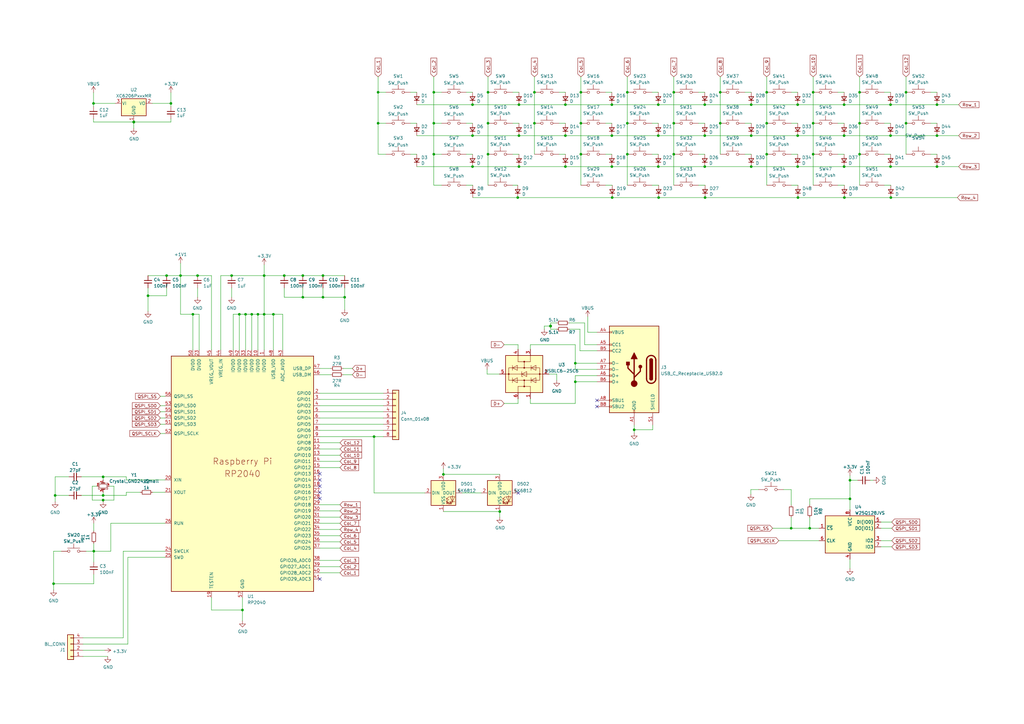
<source format=kicad_sch>
(kicad_sch (version 20211123) (generator eeschema)
  (paper "A3")
  (junction (at 365.252 68.326))
  (junction (at 70.104 42.418))
  (junction (at 371.602 37.846))
  (junction (at 324.485 216.662))
  (junction (at 295.402 37.846))
  (junction (at 251.079 81.026))
  (junction (at 250.952 42.926))
  (junction (at 155.067 37.846))
  (junction (at 270.002 42.926))
  (junction (at 200.152 63.246))
  (junction (at 105.791 128.905))
  (junction (at 153.416 179.07))
  (junction (at 238.252 63.246))
  (junction (at 212.344 81.026))
  (junction (at 116.586 113.03))
  (junction (at 384.302 55.626))
  (junction (at 21.971 239.395))
  (junction (at 276.352 50.546))
  (junction (at 38.354 42.418))
  (junction (at 346.202 68.326))
  (junction (at 327.152 42.926))
  (junction (at 250.952 55.626))
  (junction (at 193.802 42.926))
  (junction (at 112.141 128.905))
  (junction (at 327.279 81.026))
  (junction (at 270.129 81.026))
  (junction (at 332.105 216.662))
  (junction (at 98.171 128.905))
  (junction (at 289.052 42.926))
  (junction (at 289.179 81.026))
  (junction (at 365.252 55.626))
  (junction (at 54.864 50.038) (diameter 1.016))
  (junction (at 42.291 195.58))
  (junction (at 365.379 81.026))
  (junction (at 257.302 63.246))
  (junction (at 346.329 81.026))
  (junction (at 333.502 63.246))
  (junction (at 68.326 113.03))
  (junction (at 260.096 176.276))
  (junction (at 289.052 55.626))
  (junction (at 238.252 50.546))
  (junction (at 181.864 194.564))
  (junction (at 42.291 205.105))
  (junction (at 212.852 68.326))
  (junction (at 289.052 68.326))
  (junction (at 132.461 113.03))
  (junction (at 257.302 37.846))
  (junction (at 212.852 42.926))
  (junction (at 74.041 113.03))
  (junction (at 200.152 37.846))
  (junction (at 327.152 68.326))
  (junction (at 250.952 68.326))
  (junction (at 348.615 196.977))
  (junction (at 270.002 55.626))
  (junction (at 200.152 50.546))
  (junction (at 333.502 37.846))
  (junction (at 365.252 42.926))
  (junction (at 231.902 42.926))
  (junction (at 132.461 121.92))
  (junction (at 231.902 55.626))
  (junction (at 308.102 68.326))
  (junction (at 81.026 113.03))
  (junction (at 94.996 113.03))
  (junction (at 225.806 133.731) (diameter 1.016))
  (junction (at 79.121 128.905))
  (junction (at 352.552 50.546))
  (junction (at 99.441 250.19))
  (junction (at 371.602 50.546))
  (junction (at 204.978 209.804))
  (junction (at 257.302 50.546))
  (junction (at 193.802 55.626))
  (junction (at 177.927 37.846))
  (junction (at 348.615 204.597))
  (junction (at 314.452 37.846))
  (junction (at 42.291 203.2))
  (junction (at 270.002 68.326))
  (junction (at 352.552 63.246))
  (junction (at 60.706 121.285))
  (junction (at 212.852 55.626))
  (junction (at 231.902 68.326))
  (junction (at 124.206 121.92))
  (junction (at 141.351 121.92))
  (junction (at 235.966 156.591))
  (junction (at 124.206 113.03))
  (junction (at 155.067 50.546))
  (junction (at 327.152 55.626))
  (junction (at 333.502 50.546))
  (junction (at 219.202 50.546))
  (junction (at 238.252 37.846))
  (junction (at 235.966 148.971))
  (junction (at 314.452 50.546))
  (junction (at 384.302 42.926))
  (junction (at 346.202 42.926))
  (junction (at 314.452 63.246))
  (junction (at 177.927 63.246))
  (junction (at 276.352 37.846))
  (junction (at 384.302 68.326))
  (junction (at 219.202 37.846))
  (junction (at 38.481 226.06))
  (junction (at 108.331 128.905))
  (junction (at 103.251 128.905))
  (junction (at 308.102 42.926))
  (junction (at 276.352 63.246))
  (junction (at 177.927 50.546))
  (junction (at 22.606 203.2))
  (junction (at 346.202 55.626))
  (junction (at 108.331 113.03))
  (junction (at 193.802 68.326))
  (junction (at 100.711 128.905))
  (junction (at 352.552 37.846))
  (junction (at 295.402 50.546))
  (junction (at 308.102 55.626))
  (no_connect (at 244.856 166.751))
  (no_connect (at 131.191 194.31))
  (no_connect (at 131.191 201.93))
  (no_connect (at 131.191 204.47))
  (no_connect (at 244.856 164.211))
  (no_connect (at 131.191 196.85))
  (no_connect (at 131.191 199.39))
  (no_connect (at 212.598 202.184))
  (no_connect (at 131.191 237.49))
  (wire (pts (xy 131.191 191.77) (xy 139.446 191.77)))
  (wire (pts (xy 170.942 42.926) (xy 193.802 42.926)))
  (wire (pts (xy 307.975 202.692) (xy 307.975 200.787)))
  (wire (pts (xy 362.712 63.246) (xy 365.252 63.246)))
  (wire (pts (xy 139.446 229.87) (xy 131.191 229.87)))
  (wire (pts (xy 51.816 196.85) (xy 67.691 196.85)))
  (wire (pts (xy 225.806 132.461) (xy 225.806 133.731)))
  (wire (pts (xy 200.152 37.846) (xy 200.152 50.546)))
  (wire (pts (xy 139.446 184.15) (xy 131.191 184.15)))
  (wire (pts (xy 257.302 37.846) (xy 257.302 50.546)))
  (wire (pts (xy 362.712 50.546) (xy 365.252 50.546)))
  (wire (pts (xy 157.226 168.91) (xy 131.191 168.91)))
  (wire (pts (xy 233.426 132.461) (xy 239.776 132.461)))
  (wire (pts (xy 191.262 37.846) (xy 193.802 37.846)))
  (wire (pts (xy 108.331 113.03) (xy 116.586 113.03)))
  (wire (pts (xy 116.586 121.92) (xy 124.206 121.92)))
  (wire (pts (xy 223.266 133.731) (xy 223.266 135.001)))
  (wire (pts (xy 177.927 37.846) (xy 181.102 37.846)))
  (wire (pts (xy 52.451 228.6) (xy 52.451 264.16)))
  (wire (pts (xy 153.416 179.07) (xy 153.416 202.184)))
  (wire (pts (xy 60.706 121.285) (xy 60.706 127.635)))
  (wire (pts (xy 200.152 63.246) (xy 200.152 75.946)))
  (wire (pts (xy 324.612 63.246) (xy 327.152 63.246)))
  (wire (pts (xy 219.202 37.846) (xy 219.202 50.546)))
  (wire (pts (xy 238.252 50.546) (xy 238.252 63.246)))
  (wire (pts (xy 103.251 128.905) (xy 103.251 143.51)))
  (wire (pts (xy 144.526 153.67) (xy 140.716 153.67)))
  (wire (pts (xy 33.401 203.2) (xy 42.291 203.2)))
  (wire (pts (xy 95.631 128.905) (xy 98.171 128.905)))
  (wire (pts (xy 199.771 153.416) (xy 199.771 151.511)))
  (wire (pts (xy 98.171 128.905) (xy 98.171 143.51)))
  (wire (pts (xy 124.206 113.03) (xy 132.461 113.03)))
  (wire (pts (xy 177.927 31.496) (xy 177.927 37.846)))
  (wire (pts (xy 181.864 194.564) (xy 204.978 194.564)))
  (wire (pts (xy 319.405 221.742) (xy 335.915 221.742)))
  (wire (pts (xy 22.606 195.58) (xy 22.606 203.2)))
  (wire (pts (xy 94.996 113.03) (xy 108.331 113.03)))
  (wire (pts (xy 42.291 203.2) (xy 51.816 203.2)))
  (wire (pts (xy 225.806 135.001) (xy 228.346 135.001)))
  (wire (pts (xy 193.929 81.026) (xy 212.344 81.026)))
  (wire (pts (xy 352.552 37.846) (xy 352.552 50.546)))
  (wire (pts (xy 289.179 81.026) (xy 327.279 81.026)))
  (wire (pts (xy 62.611 201.93) (xy 67.691 201.93)))
  (wire (pts (xy 270.002 42.926) (xy 289.052 42.926)))
  (wire (pts (xy 231.902 42.926) (xy 250.952 42.926)))
  (wire (pts (xy 50.546 261.62) (xy 50.546 226.06)))
  (wire (pts (xy 358.14 196.977) (xy 356.87 196.977)))
  (wire (pts (xy 22.606 203.2) (xy 22.606 205.74)))
  (wire (pts (xy 108.331 128.905) (xy 112.141 128.905)))
  (wire (pts (xy 37.846 199.39) (xy 37.846 205.105)))
  (wire (pts (xy 191.262 75.946) (xy 193.929 75.946)))
  (wire (pts (xy 267.716 176.276) (xy 260.096 176.276)))
  (wire (pts (xy 289.052 55.626) (xy 308.102 55.626)))
  (wire (pts (xy 200.152 31.496) (xy 200.152 37.846)))
  (wire (pts (xy 314.452 37.846) (xy 314.452 50.546)))
  (wire (pts (xy 65.786 166.37) (xy 67.691 166.37)))
  (wire (pts (xy 305.562 63.246) (xy 308.102 63.246)))
  (wire (pts (xy 348.615 196.977) (xy 348.615 204.597)))
  (wire (pts (xy 210.312 75.946) (xy 212.344 75.946)))
  (wire (pts (xy 34.036 266.7) (xy 42.926 266.7)))
  (wire (pts (xy 144.526 151.13) (xy 140.716 151.13)))
  (wire (pts (xy 139.446 209.55) (xy 131.191 209.55)))
  (wire (pts (xy 212.852 42.926) (xy 231.902 42.926)))
  (wire (pts (xy 257.302 63.246) (xy 257.937 63.246)))
  (wire (pts (xy 343.662 37.846) (xy 346.202 37.846)))
  (wire (pts (xy 371.602 31.496) (xy 371.602 37.846)))
  (wire (pts (xy 324.485 207.137) (xy 324.485 200.787)))
  (wire (pts (xy 321.31 200.787) (xy 324.485 200.787)))
  (wire (pts (xy 235.966 148.971) (xy 235.966 141.351)))
  (wire (pts (xy 332.105 216.662) (xy 335.915 216.662)))
  (wire (pts (xy 248.412 50.546) (xy 250.952 50.546)))
  (wire (pts (xy 105.791 128.905) (xy 108.331 128.905)))
  (wire (pts (xy 112.141 128.905) (xy 112.141 143.51)))
  (wire (pts (xy 270.129 81.026) (xy 289.179 81.026)))
  (wire (pts (xy 191.262 50.546) (xy 193.802 50.546)))
  (wire (pts (xy 139.446 212.09) (xy 131.191 212.09)))
  (wire (pts (xy 324.485 212.217) (xy 324.485 216.662)))
  (wire (pts (xy 35.306 226.06) (xy 38.481 226.06)))
  (wire (pts (xy 308.102 68.326) (xy 327.152 68.326)))
  (wire (pts (xy 217.551 141.351) (xy 217.551 143.256)))
  (wire (pts (xy 248.412 37.846) (xy 250.952 37.846)))
  (wire (pts (xy 155.067 50.546) (xy 155.067 63.246)))
  (wire (pts (xy 324.485 216.662) (xy 332.105 216.662)))
  (wire (pts (xy 333.502 63.246) (xy 333.502 75.946)))
  (wire (pts (xy 100.711 128.905) (xy 100.711 143.51)))
  (wire (pts (xy 81.026 113.03) (xy 86.741 113.03)))
  (wire (pts (xy 155.067 37.846) (xy 158.242 37.846)))
  (wire (pts (xy 139.446 219.71) (xy 131.191 219.71)))
  (wire (pts (xy 34.036 261.62) (xy 50.546 261.62)))
  (wire (pts (xy 270.002 68.326) (xy 289.052 68.326)))
  (wire (pts (xy 239.776 132.461) (xy 239.776 141.351)))
  (wire (pts (xy 231.902 68.326) (xy 250.952 68.326)))
  (wire (pts (xy 139.446 186.69) (xy 131.191 186.69)))
  (wire (pts (xy 231.902 55.626) (xy 250.952 55.626)))
  (wire (pts (xy 228.346 132.461) (xy 225.806 132.461)))
  (wire (pts (xy 65.786 177.8) (xy 67.691 177.8)))
  (wire (pts (xy 381.762 37.846) (xy 384.302 37.846)))
  (wire (pts (xy 189.484 202.184) (xy 197.358 202.184)))
  (wire (pts (xy 229.362 50.546) (xy 231.902 50.546)))
  (wire (pts (xy 181.864 192.278) (xy 181.864 194.564)))
  (wire (pts (xy 225.806 133.731) (xy 225.806 135.001)))
  (wire (pts (xy 384.302 55.626) (xy 393.192 55.626)))
  (wire (pts (xy 260.096 176.276) (xy 260.096 174.371)))
  (wire (pts (xy 135.636 153.67) (xy 131.191 153.67)))
  (wire (pts (xy 260.096 177.546) (xy 260.096 176.276)))
  (wire (pts (xy 79.121 128.905) (xy 81.661 128.905)))
  (wire (pts (xy 384.302 68.326) (xy 393.192 68.326)))
  (wire (pts (xy 42.291 205.105) (xy 42.291 205.74)))
  (wire (pts (xy 314.452 50.546) (xy 314.452 63.246)))
  (wire (pts (xy 212.471 163.576) (xy 212.471 165.481)))
  (wire (pts (xy 244.856 148.971) (xy 235.966 148.971)))
  (wire (pts (xy 333.502 31.496) (xy 333.502 37.846)))
  (wire (pts (xy 124.206 121.92) (xy 124.206 118.11)))
  (wire (pts (xy 239.776 141.351) (xy 244.856 141.351)))
  (wire (pts (xy 70.104 48.768) (xy 70.104 50.038)))
  (wire (pts (xy 250.952 68.326) (xy 270.002 68.326)))
  (wire (pts (xy 139.446 189.23) (xy 131.191 189.23)))
  (wire (pts (xy 324.612 75.946) (xy 327.279 75.946)))
  (wire (pts (xy 314.452 31.496) (xy 314.452 37.846)))
  (wire (pts (xy 112.141 128.905) (xy 115.951 128.905)))
  (wire (pts (xy 86.741 113.03) (xy 86.741 143.51)))
  (wire (pts (xy 361.315 216.662) (xy 365.76 216.662)))
  (wire (pts (xy 371.602 50.546) (xy 371.602 63.246)))
  (wire (pts (xy 267.462 75.946) (xy 270.129 75.946)))
  (wire (pts (xy 244.856 156.591) (xy 235.966 156.591)))
  (wire (pts (xy 219.202 50.546) (xy 219.202 63.246)))
  (wire (pts (xy 132.461 121.92) (xy 141.351 121.92)))
  (wire (pts (xy 115.951 128.905) (xy 115.951 143.51)))
  (wire (pts (xy 155.067 31.496) (xy 155.067 37.846)))
  (wire (pts (xy 361.315 221.742) (xy 365.76 221.742)))
  (wire (pts (xy 308.102 55.626) (xy 327.152 55.626)))
  (wire (pts (xy 168.402 63.246) (xy 170.942 63.246)))
  (wire (pts (xy 153.416 202.184) (xy 174.244 202.184)))
  (wire (pts (xy 244.856 151.511) (xy 235.966 151.511)))
  (wire (pts (xy 34.036 269.24) (xy 44.196 269.24)))
  (wire (pts (xy 235.966 165.481) (xy 217.551 165.481)))
  (wire (pts (xy 103.251 128.905) (xy 105.791 128.905)))
  (wire (pts (xy 324.612 37.846) (xy 327.152 37.846)))
  (wire (pts (xy 333.502 37.846) (xy 333.502 50.546)))
  (wire (pts (xy 42.291 205.105) (xy 46.736 205.105)))
  (wire (pts (xy 153.416 179.07) (xy 157.226 179.07)))
  (wire (pts (xy 139.446 207.01) (xy 131.191 207.01)))
  (wire (pts (xy 286.512 37.846) (xy 289.052 37.846)))
  (wire (pts (xy 98.171 128.905) (xy 100.711 128.905)))
  (wire (pts (xy 74.041 113.03) (xy 81.026 113.03)))
  (wire (pts (xy 305.562 50.546) (xy 308.102 50.546)))
  (wire (pts (xy 46.736 205.105) (xy 46.736 199.39)))
  (wire (pts (xy 99.441 254.635) (xy 99.441 250.19)))
  (wire (pts (xy 365.379 81.026) (xy 392.684 81.026)))
  (wire (pts (xy 228.346 153.416) (xy 228.346 155.956)))
  (wire (pts (xy 168.402 50.546) (xy 170.942 50.546)))
  (wire (pts (xy 65.786 173.99) (xy 67.691 173.99)))
  (wire (pts (xy 200.152 50.546) (xy 200.152 63.246)))
  (wire (pts (xy 177.927 63.246) (xy 177.927 75.946)))
  (wire (pts (xy 244.856 136.271) (xy 241.046 136.271)))
  (wire (pts (xy 250.952 55.626) (xy 270.002 55.626)))
  (wire (pts (xy 248.412 63.246) (xy 250.952 63.246)))
  (wire (pts (xy 135.636 151.13) (xy 131.191 151.13)))
  (wire (pts (xy 348.615 233.172) (xy 348.615 229.362)))
  (wire (pts (xy 257.302 31.496) (xy 257.302 37.846)))
  (wire (pts (xy 38.481 235.585) (xy 38.481 239.395)))
  (wire (pts (xy 50.546 226.06) (xy 67.691 226.06)))
  (wire (pts (xy 38.354 37.973) (xy 38.354 42.418)))
  (wire (pts (xy 42.291 195.58) (xy 51.816 195.58)))
  (wire (pts (xy 305.562 37.846) (xy 308.102 37.846)))
  (wire (pts (xy 346.329 81.026) (xy 365.379 81.026)))
  (wire (pts (xy 68.326 118.11) (xy 68.326 121.285)))
  (wire (pts (xy 99.441 250.19) (xy 99.441 245.11)))
  (wire (pts (xy 193.802 68.326) (xy 212.852 68.326)))
  (wire (pts (xy 210.312 63.246) (xy 212.852 63.246)))
  (wire (pts (xy 33.401 195.58) (xy 42.291 195.58)))
  (wire (pts (xy 177.927 63.246) (xy 181.102 63.246)))
  (wire (pts (xy 157.226 171.45) (xy 131.191 171.45)))
  (wire (pts (xy 244.856 143.891) (xy 237.871 143.891)))
  (wire (pts (xy 206.756 165.481) (xy 212.471 165.481)))
  (wire (pts (xy 108.331 128.905) (xy 108.331 113.03)))
  (wire (pts (xy 116.586 121.92) (xy 116.586 118.11)))
  (wire (pts (xy 157.226 163.83) (xy 131.191 163.83)))
  (wire (pts (xy 38.354 43.688) (xy 38.354 42.418)))
  (wire (pts (xy 276.352 31.496) (xy 276.352 37.846)))
  (wire (pts (xy 139.446 217.17) (xy 131.191 217.17)))
  (wire (pts (xy 139.446 232.41) (xy 131.191 232.41)))
  (wire (pts (xy 361.315 224.282) (xy 365.76 224.282)))
  (wire (pts (xy 90.551 113.03) (xy 94.996 113.03)))
  (wire (pts (xy 332.105 204.597) (xy 348.615 204.597)))
  (wire (pts (xy 65.786 168.91) (xy 67.691 168.91)))
  (wire (pts (xy 193.802 55.626) (xy 212.852 55.626)))
  (wire (pts (xy 238.252 37.846) (xy 238.252 50.546)))
  (wire (pts (xy 348.615 196.977) (xy 351.79 196.977)))
  (wire (pts (xy 225.171 153.416) (xy 228.346 153.416)))
  (wire (pts (xy 22.606 203.2) (xy 28.321 203.2)))
  (wire (pts (xy 327.152 68.326) (xy 346.202 68.326)))
  (wire (pts (xy 177.927 50.546) (xy 181.102 50.546)))
  (wire (pts (xy 217.551 165.481) (xy 217.551 163.576)))
  (wire (pts (xy 257.302 63.246) (xy 257.302 75.946)))
  (wire (pts (xy 42.291 201.93) (xy 42.291 203.2)))
  (wire (pts (xy 38.354 42.418) (xy 47.244 42.418)))
  (wire (pts (xy 327.152 55.626) (xy 346.202 55.626)))
  (wire (pts (xy 177.927 37.846) (xy 177.927 50.546)))
  (wire (pts (xy 39.751 199.39) (xy 37.846 199.39)))
  (wire (pts (xy 365.252 42.926) (xy 384.302 42.926)))
  (wire (pts (xy 346.202 42.926) (xy 365.252 42.926)))
  (wire (pts (xy 74.041 128.905) (xy 79.121 128.905)))
  (wire (pts (xy 38.354 48.768) (xy 38.354 50.038)))
  (wire (pts (xy 46.736 199.39) (xy 44.831 199.39)))
  (wire (pts (xy 343.662 50.546) (xy 346.202 50.546)))
  (wire (pts (xy 116.586 113.03) (xy 124.206 113.03)))
  (wire (pts (xy 86.741 245.11) (xy 86.741 250.19)))
  (wire (pts (xy 139.446 234.95) (xy 131.191 234.95)))
  (wire (pts (xy 333.502 50.546) (xy 333.502 63.246)))
  (wire (pts (xy 62.484 42.418) (xy 70.104 42.418)))
  (wire (pts (xy 139.446 222.25) (xy 131.191 222.25)))
  (wire (pts (xy 295.402 37.846) (xy 295.402 50.546)))
  (wire (pts (xy 289.052 68.326) (xy 308.102 68.326)))
  (wire (pts (xy 362.712 75.946) (xy 365.379 75.946)))
  (wire (pts (xy 361.315 214.122) (xy 365.76 214.122)))
  (wire (pts (xy 139.446 214.63) (xy 131.191 214.63)))
  (wire (pts (xy 38.354 50.038) (xy 54.864 50.038)))
  (wire (pts (xy 257.302 50.546) (xy 257.302 63.246)))
  (wire (pts (xy 51.816 201.93) (xy 51.816 203.2)))
  (wire (pts (xy 212.852 55.626) (xy 231.902 55.626)))
  (wire (pts (xy 384.302 42.926) (xy 393.192 42.926)))
  (wire (pts (xy 139.446 224.79) (xy 131.191 224.79)))
  (wire (pts (xy 235.966 151.511) (xy 235.966 148.971)))
  (wire (pts (xy 191.262 63.246) (xy 193.802 63.246)))
  (wire (pts (xy 381.762 63.246) (xy 384.302 63.246)))
  (wire (pts (xy 307.975 200.787) (xy 311.15 200.787)))
  (wire (pts (xy 314.452 63.246) (xy 314.452 75.946)))
  (wire (pts (xy 267.716 174.371) (xy 267.716 176.276)))
  (wire (pts (xy 132.461 113.03) (xy 141.351 113.03)))
  (wire (pts (xy 157.226 166.37) (xy 131.191 166.37)))
  (wire (pts (xy 168.402 37.846) (xy 170.942 37.846)))
  (wire (pts (xy 94.996 118.11) (xy 94.996 121.92)))
  (wire (pts (xy 79.121 143.51) (xy 79.121 128.905)))
  (wire (pts (xy 270.002 55.626) (xy 289.052 55.626)))
  (wire (pts (xy 235.966 154.051) (xy 244.856 154.051)))
  (wire (pts (xy 286.512 75.946) (xy 289.179 75.946)))
  (wire (pts (xy 21.971 241.935) (xy 21.971 239.395)))
  (wire (pts (xy 237.871 135.001) (xy 233.426 135.001)))
  (wire (pts (xy 352.552 63.246) (xy 352.552 75.946)))
  (wire (pts (xy 70.104 43.688) (xy 70.104 42.418)))
  (wire (pts (xy 251.079 81.026) (xy 270.129 81.026)))
  (wire (pts (xy 229.362 63.246) (xy 231.902 63.246)))
  (wire (pts (xy 235.966 141.351) (xy 217.551 141.351)))
  (wire (pts (xy 21.971 239.395) (xy 38.481 239.395)))
  (wire (pts (xy 210.312 37.846) (xy 212.852 37.846)))
  (wire (pts (xy 65.786 162.56) (xy 67.691 162.56)))
  (wire (pts (xy 68.326 121.285) (xy 60.706 121.285)))
  (wire (pts (xy 348.615 195.072) (xy 348.615 196.977)))
  (wire (pts (xy 108.331 113.03) (xy 108.331 108.585)))
  (wire (pts (xy 193.802 42.926) (xy 212.852 42.926)))
  (wire (pts (xy 204.851 153.416) (xy 199.771 153.416)))
  (wire (pts (xy 346.202 55.626) (xy 365.252 55.626)))
  (wire (pts (xy 332.105 207.137) (xy 332.105 204.597)))
  (wire (pts (xy 212.852 68.326) (xy 231.902 68.326)))
  (wire (pts (xy 235.966 156.591) (xy 235.966 154.051)))
  (wire (pts (xy 238.252 63.246) (xy 238.252 75.946)))
  (wire (pts (xy 212.471 143.256) (xy 212.471 141.351)))
  (wire (pts (xy 250.952 42.926) (xy 270.002 42.926)))
  (wire (pts (xy 170.942 68.326) (xy 193.802 68.326)))
  (wire (pts (xy 81.026 118.11) (xy 81.026 121.92)))
  (wire (pts (xy 139.446 181.61) (xy 131.191 181.61)))
  (wire (pts (xy 108.331 128.905) (xy 108.331 143.51)))
  (wire (pts (xy 38.481 222.885) (xy 38.481 226.06)))
  (wire (pts (xy 28.321 195.58) (xy 22.606 195.58)))
  (wire (pts (xy 170.942 55.626) (xy 193.802 55.626)))
  (wire (pts (xy 45.466 226.06) (xy 38.481 226.06)))
  (wire (pts (xy 81.661 143.51) (xy 81.661 128.905)))
  (wire (pts (xy 241.046 129.921) (xy 241.046 136.271)))
  (wire (pts (xy 155.067 37.846) (xy 155.067 50.546)))
  (wire (pts (xy 74.041 107.95) (xy 74.041 113.03)))
  (wire (pts (xy 276.352 37.846) (xy 276.352 50.546)))
  (wire (pts (xy 157.226 161.29) (xy 131.191 161.29)))
  (wire (pts (xy 51.816 201.93) (xy 57.531 201.93)))
  (wire (pts (xy 286.512 63.246) (xy 289.052 63.246)))
  (wire (pts (xy 132.461 121.92) (xy 132.461 118.11)))
  (wire (pts (xy 210.312 50.546) (xy 212.852 50.546)))
  (wire (pts (xy 235.966 156.591) (xy 235.966 165.481)))
  (wire (pts (xy 343.662 63.246) (xy 346.202 63.246)))
  (wire (pts (xy 157.226 176.53) (xy 131.191 176.53)))
  (wire (pts (xy 131.191 179.07) (xy 153.416 179.07)))
  (wire (pts (xy 365.252 68.326) (xy 384.302 68.326)))
  (wire (pts (xy 67.691 214.63) (xy 45.466 214.63)))
  (wire (pts (xy 352.552 50.546) (xy 352.552 63.246)))
  (wire (pts (xy 37.846 205.105) (xy 42.291 205.105)))
  (wire (pts (xy 70.104 50.038) (xy 54.864 50.038)))
  (wire (pts (xy 343.662 75.946) (xy 346.329 75.946)))
  (wire (pts (xy 141.351 121.92) (xy 141.351 127)))
  (wire (pts (xy 105.791 128.905) (xy 105.791 143.51)))
  (wire (pts (xy 316.865 216.662) (xy 324.485 216.662)))
  (wire (pts (xy 21.971 226.06) (xy 25.146 226.06)))
  (wire (pts (xy 327.152 42.926) (xy 346.202 42.926)))
  (wire (pts (xy 45.466 214.63) (xy 45.466 226.06)))
  (wire (pts (xy 365.252 55.626) (xy 384.302 55.626)))
  (wire (pts (xy 51.816 195.58) (xy 51.816 196.85)))
  (wire (pts (xy 276.352 63.246) (xy 276.352 75.946)))
  (wire (pts (xy 248.412 75.946) (xy 251.079 75.946)))
  (wire (pts (xy 38.481 214.63) (xy 38.481 217.805)))
  (wire (pts (xy 38.481 226.06) (xy 38.481 230.505)))
  (wire (pts (xy 60.706 118.11) (xy 60.706 121.285)))
  (wire (pts (xy 348.615 204.597) (xy 348.615 209.042)))
  (wire (pts (xy 100.711 128.905) (xy 103.251 128.905)))
  (wire (pts (xy 204.978 209.804) (xy 204.978 212.09)))
  (wire (pts (xy 54.864 52.578) (xy 54.864 50.038)))
  (wire (pts (xy 327.279 81.026) (xy 346.329 81.026)))
  (wire (pts (xy 219.202 31.496) (xy 219.202 37.846)))
  (wire (pts (xy 308.102 42.926) (xy 327.152 42.926)))
  (wire (pts (xy 155.067 63.246) (xy 158.242 63.246)))
  (wire (pts (xy 155.067 50.546) (xy 158.242 50.546)))
  (wire (pts (xy 65.786 171.45) (xy 67.691 171.45)))
  (wire (pts (xy 212.344 81.026) (xy 251.079 81.026)))
  (wire (pts (xy 289.052 42.926) (xy 308.102 42.926)))
  (wire (pts (xy 141.351 121.92) (xy 141.351 118.11)))
  (wire (pts (xy 206.756 141.351) (xy 212.471 141.351)))
  (wire (pts (xy 332.105 212.217) (xy 332.105 216.662)))
  (wire (pts (xy 381.762 50.546) (xy 384.302 50.546)))
  (wire (pts (xy 362.712 37.846) (xy 365.252 37.846)))
  (wire (pts (xy 42.291 195.58) (xy 42.291 196.85)))
  (wire (pts (xy 286.512 50.546) (xy 289.052 50.546)))
  (wire (pts (xy 267.462 50.546) (xy 270.002 50.546)))
  (wire (pts (xy 67.691 228.6) (xy 52.451 228.6)))
  (wire (pts (xy 295.402 31.496) (xy 295.402 37.846)))
  (wire (pts (xy 157.226 173.99) (xy 131.191 173.99)))
  (wire (pts (xy 237.871 143.891) (xy 237.871 135.001)))
  (wire (pts (xy 238.252 31.496) (xy 238.252 37.846)))
  (wire (pts (xy 371.602 37.846) (xy 371.602 50.546)))
  (wire (pts (xy 86.741 250.19) (xy 99.441 250.19)))
  (wire (pts (xy 295.402 50.546) (xy 295.402 63.246)))
  (wire (pts (xy 124.206 121.92) (xy 132.461 121.92)))
  (wire (pts (xy 352.552 31.496) (xy 352.552 37.846)))
  (wire (pts (xy 276.352 50.546) (xy 276.352 63.246)))
  (wire (pts (xy 70.104 37.973) (xy 70.104 42.418)))
  (wire (pts (xy 74.041 113.03) (xy 74.041 128.905)))
  (wire (pts (xy 60.706 113.03) (xy 68.326 113.03)))
  (wire (pts (xy 324.612 50.546) (xy 327.152 50.546)))
  (wire (pts (xy 181.864 209.804) (xy 204.978 209.804)))
  (wire (pts (xy 346.202 68.326) (xy 365.252 68.326)))
  (wire (pts (xy 267.462 63.246) (xy 270.002 63.246)))
  (wire (pts (xy 34.036 264.16) (xy 52.451 264.16)))
  (wire (pts (xy 68.326 113.03) (xy 74.041 113.03)))
  (wire (pts (xy 90.551 113.03) (xy 90.551 143.51)))
  (wire (pts (xy 177.927 75.946) (xy 181.102 75.946)))
  (wire (pts (xy 95.631 143.51) (xy 95.631 128.905)))
  (wire (pts (xy 267.462 37.846) (xy 270.002 37.846)))
  (wire (pts (xy 225.806 133.731) (xy 223.266 133.731)))
  (wire (pts (xy 229.362 37.846) (xy 231.902 37.846)))
  (wire (pts (xy 21.971 239.395) (xy 21.971 226.06)))
  (wire (pts (xy 177.927 50.546) (xy 177.927 63.246)))
  (global_label "QSPI_SCLK" (shape input) (at 65.786 177.8 180) (property "Intersheet References" "${INTERSHEET_REFS}" (effects hide)))
  (global_label "QSPI_SD0" (shape input) (at 365.76 214.122 0) (property "Intersheet References" "${INTERSHEET_REFS}" (effects hide)))
  (global_label "QSPI_SD1" (shape input) (at 365.76 216.662 0) (property "Intersheet References" "${INTERSHEET_REFS}" (effects hide)))
  (global_label "Col_9" (shape input) (at 139.446 189.23 0) (property "Intersheet References" "${INTERSHEET_REFS}" (effects hide)))
  (global_label "Row_2" (shape input) (at 139.446 209.55 0) (property "Intersheet References" "${INTERSHEET_REFS}" (effects hide)))
  (global_label "Col_10" (shape input) (at 139.446 186.69 0) (property "Intersheet References" "${INTERSHEET_REFS}" (effects hide)))
  (global_label "Col_4" (shape input) (at 139.446 224.79 0) (property "Intersheet References" "${INTERSHEET_REFS}" (effects hide)))
  (global_label "Col_7" (shape input) (at 139.446 214.63 0) (property "Intersheet References" "${INTERSHEET_REFS}" (effects hide)))
  (global_label "Row_1" (shape input) (at 139.446 207.01 0) (property "Intersheet References" "${INTERSHEET_REFS}" (effects hide)))
  (global_label "Row_1" (shape input) (at 393.192 42.926 0) (property "Intersheet References" "${INTERSHEET_REFS}" (effects hide)))
  (global_label "QSPI_SS" (shape input) (at 316.865 216.662 180) (property "Intersheet References" "${INTERSHEET_REFS}" (effects hide)))
  (global_label "QSPI_SD2" (shape input) (at 65.786 171.45 180) (property "Intersheet References" "${INTERSHEET_REFS}" (effects hide)))
  (global_label "QSPI_SD1" (shape input) (at 65.786 168.91 180) (property "Intersheet References" "${INTERSHEET_REFS}" (effects hide)))
  (global_label "Col_12" (shape input) (at 371.602 31.496 90) (property "Intersheet References" "${INTERSHEET_REFS}" (effects hide)))
  (global_label "QSPI_SD3" (shape input) (at 65.786 173.99 180) (property "Intersheet References" "${INTERSHEET_REFS}" (effects hide)))
  (global_label "Row_2" (shape input) (at 393.192 55.626 0) (property "Intersheet References" "${INTERSHEET_REFS}" (effects hide)))
  (global_label "Col_12" (shape input) (at 139.446 181.61 0) (property "Intersheet References" "${INTERSHEET_REFS}" (effects hide)))
  (global_label "D+" (shape input) (at 144.526 151.13 0) (property "Intersheet References" "${INTERSHEET_REFS}" (effects hide)))
  (global_label "Col_3" (shape input) (at 200.152 31.496 90) (property "Intersheet References" "${INTERSHEET_REFS}" (effects hide)))
  (global_label "Col_4" (shape input) (at 219.202 31.496 90) (property "Intersheet References" "${INTERSHEET_REFS}" (effects hide)))
  (global_label "Col_2" (shape input) (at 139.446 232.41 0) (property "Intersheet References" "${INTERSHEET_REFS}" (effects hide)))
  (global_label "Row_4" (shape input) (at 392.684 81.026 0) (property "Intersheet References" "${INTERSHEET_REFS}" (effects hide)))
  (global_label "Col_8" (shape input) (at 295.402 31.496 90) (property "Intersheet References" "${INTERSHEET_REFS}" (effects hide)))
  (global_label "D+" (shape input) (at 206.756 165.481 180) (property "Intersheet References" "${INTERSHEET_REFS}" (effects hide)))
  (global_label "Col_1" (shape input) (at 155.067 31.496 90) (property "Intersheet References" "${INTERSHEET_REFS}" (effects hide)))
  (global_label "Row_4" (shape input) (at 139.446 217.17 0) (property "Intersheet References" "${INTERSHEET_REFS}" (effects hide)))
  (global_label "QSPI_SD0" (shape input) (at 65.786 166.37 180) (property "Intersheet References" "${INTERSHEET_REFS}" (effects hide)))
  (global_label "Col_11" (shape input) (at 139.446 184.15 0) (property "Intersheet References" "${INTERSHEET_REFS}" (effects hide)))
  (global_label "Col_7" (shape input) (at 276.352 31.496 90) (property "Intersheet References" "${INTERSHEET_REFS}" (effects hide)))
  (global_label "Row_3" (shape input) (at 393.192 68.326 0) (property "Intersheet References" "${INTERSHEET_REFS}" (effects hide)))
  (global_label "D-" (shape input) (at 144.526 153.67 0) (property "Intersheet References" "${INTERSHEET_REFS}" (effects hide)))
  (global_label "Col_6" (shape input) (at 139.446 219.71 0) (property "Intersheet References" "${INTERSHEET_REFS}" (effects hide)))
  (global_label "Col_3" (shape input) (at 139.446 229.87 0) (property "Intersheet References" "${INTERSHEET_REFS}" (effects hide)))
  (global_label "Col_2" (shape input) (at 177.927 31.496 90) (property "Intersheet References" "${INTERSHEET_REFS}" (effects hide)))
  (global_label "QSPI_SD2" (shape input) (at 365.76 221.742 0) (property "Intersheet References" "${INTERSHEET_REFS}" (effects hide)))
  (global_label "Col_10" (shape input) (at 333.502 31.496 90) (property "Intersheet References" "${INTERSHEET_REFS}" (effects hide)))
  (global_label "QSPI_SS" (shape input) (at 65.786 162.56 180) (property "Intersheet References" "${INTERSHEET_REFS}" (effects hide)))
  (global_label "QSPI_SD3" (shape input) (at 365.76 224.282 0) (property "Intersheet References" "${INTERSHEET_REFS}" (effects hide)))
  (global_label "Col_5" (shape input) (at 139.446 222.25 0) (property "Intersheet References" "${INTERSHEET_REFS}" (effects hide)))
  (global_label "D-" (shape input) (at 206.756 141.351 180) (property "Intersheet References" "${INTERSHEET_REFS}" (effects hide)))
  (global_label "Row_3" (shape input) (at 139.446 212.09 0) (property "Intersheet References" "${INTERSHEET_REFS}" (effects hide)))
  (global_label "Col_5" (shape input) (at 238.252 31.496 90) (property "Intersheet References" "${INTERSHEET_REFS}" (effects hide)))
  (global_label "Col_11" (shape input) (at 352.552 31.496 90) (property "Intersheet References" "${INTERSHEET_REFS}" (effects hide)))
  (global_label "Col_9" (shape input) (at 314.452 31.496 90) (property "Intersheet References" "${INTERSHEET_REFS}" (effects hide)))
  (global_label "QSPI_SCLK" (shape input) (at 319.405 221.742 180) (property "Intersheet References" "${INTERSHEET_REFS}" (effects hide)))
  (global_label "Col_8" (shape input) (at 139.446 191.77 0) (property "Intersheet References" "${INTERSHEET_REFS}" (effects hide)))
  (global_label "Col_6" (shape input) (at 257.302 31.496 90) (property "Intersheet References" "${INTERSHEET_REFS}" (effects hide)))
  (global_label "Col_1" (shape input) (at 139.446 234.95 0) (property "Intersheet References" "${INTERSHEET_REFS}" (effects hide)))
  (symbol (lib_id "Device:R_Small") (at 138.176 153.67 90) (unit 1)
    (property "Reference" "R4" (at 138.176 158.115 90))
    (property "Value" "27R" (at 138.176 156.21 90))
    (property "Footprint" "weteor:R_0402_HandSolder" (effects hide))
  )
  (symbol (lib_id "Device:C_Small") (at 132.461 115.57 0) (unit 1)
    (property "Reference" "C10" (at 134.7851 114.7416 0) (effects (justify left)))
    (property "Value" "100nF" (at 134.7851 117.2785 0) (effects (justify left)))
    (property "Footprint" "weteor:C_0402_HandSolder" (effects hide))
  )
  (symbol (lib_id "power:VBUS") (at 199.771 151.511 0) (unit 1)
    (property "Reference" "#PWR018" (effects hide))
    (property "Value" "VBUS" (at 199.771 147.9352 0))
  )
  (symbol (lib_id "Device:D_Small") (at 231.902 53.086 90) (unit 1)
    (property "Reference" "D14" (at 233.68 51.9176 90) (effects (justify right)))
    (property "Value" "D" (at 233.68 54.229 90) (effects (justify right)))
    (property "Footprint" "weteor:D_SOD-123" (effects hide))
  )
  (symbol (lib_id "Switch:SW_Push") (at 205.232 37.846 0) (unit 1)
    (property "Reference" "SW9" (at 205.232 31.2252 0))
    (property "Value" "SW_Push" (at 205.232 33.7621 0))
    (property "Footprint" "weteor:ChocV1_V2_Hotswap" (effects hide))
  )
  (symbol (lib_id "Device:D_Small") (at 365.379 78.486 90) (unit 1)
    (property "Reference" "D42" (at 367.157 77.3176 90) (effects (justify right)))
    (property "Value" "D" (at 367.157 79.629 90) (effects (justify right)))
    (property "Footprint" "weteor:D_SOD-123" (effects hide))
  )
  (symbol (lib_id "Switch:SW_Push") (at 243.332 63.246 0) (unit 1)
    (property "Reference" "SW18" (at 243.332 56.6252 0))
    (property "Value" "SW_Push" (at 243.332 59.1621 0))
    (property "Footprint" "weteor:ChocV1_V2_Hotswap" (effects hide))
  )
  (symbol (lib_id "LED:SK6812") (at 204.978 202.184 0) (unit 1)
    (property "Reference" "D502" (at 214.5582 198.4588 0))
    (property "Value" "SK6812" (at 214.5582 201.2339 0))
    (property "Footprint" "choc:MX_SK6812MINI-E" (effects hide))
    (property "Datasheet" "https://cdn-shop.adafruit.com/product-files/1138/SK6812+LED+datasheet+.pdf" (effects hide))
  )
  (symbol (lib_id "Switch:SW_Push") (at 224.282 63.246 0) (unit 1)
    (property "Reference" "SW15" (at 224.282 56.6252 0))
    (property "Value" "SW_Push" (at 224.282 59.1621 0))
    (property "Footprint" "weteor:ChocV1_V2_Hotswap" (effects hide))
  )
  (symbol (lib_id "Switch:SW_Push") (at 186.182 75.946 0) (unit 1)
    (property "Reference" "SW8" (at 186.182 69.3252 0))
    (property "Value" "SW_Push" (at 186.182 72.136 0))
    (property "Footprint" "weteor:ChocV1_V2_Hotswap" (effects hide))
  )
  (symbol (lib_id "Device:D_Small") (at 289.052 40.386 90) (unit 1)
    (property "Reference" "D24" (at 290.83 39.2176 90) (effects (justify right)))
    (property "Value" "D" (at 290.83 41.529 90) (effects (justify right)))
    (property "Footprint" "weteor:D_SOD-123" (effects hide))
  )
  (symbol (lib_id "Device:D_Small") (at 270.129 78.486 90) (unit 1)
    (property "Reference" "D23" (at 271.907 77.3176 90) (effects (justify right)))
    (property "Value" "D" (at 271.907 79.629 90) (effects (justify right)))
    (property "Footprint" "weteor:D_SOD-123" (effects hide))
  )
  (symbol (lib_id "Device:D_Small") (at 346.202 53.086 90) (unit 1)
    (property "Reference" "D36" (at 347.98 51.9176 90) (effects (justify right)))
    (property "Value" "D" (at 347.98 54.229 90) (effects (justify right)))
    (property "Footprint" "weteor:D_SOD-123" (effects hide))
  )
  (symbol (lib_id "Device:D_Small") (at 327.152 53.086 90) (unit 1)
    (property "Reference" "D33" (at 328.93 51.9176 90) (effects (justify right)))
    (property "Value" "D" (at 328.93 54.229 90) (effects (justify right)))
    (property "Footprint" "weteor:D_SOD-123" (effects hide))
  )
  (symbol (lib_id "Switch:SW_Push") (at 205.232 63.246 0) (unit 1)
    (property "Reference" "SW11" (at 205.232 56.6252 0))
    (property "Value" "SW_Push" (at 205.232 59.1621 0))
    (property "Footprint" "weteor:ChocV1_V2_Hotswap" (effects hide))
  )
  (symbol (lib_id "Device:C_Small") (at 354.33 196.977 90) (unit 1)
    (property "Reference" "C14" (at 353.5016 194.6529 0) (effects (justify left)))
    (property "Value" "100nF" (at 356.0385 194.6529 0) (effects (justify left)))
    (property "Footprint" "weteor:C_0402_HandSolder" (effects hide))
  )
  (symbol (lib_id "LED:SK6812") (at 181.864 202.184 0) (unit 1)
    (property "Reference" "D501" (at 191.4442 198.4588 0))
    (property "Value" "SK6812" (at 191.4442 201.2339 0))
    (property "Footprint" "choc:MX_SK6812MINI-E" (effects hide))
    (property "Datasheet" "https://cdn-shop.adafruit.com/product-files/1138/SK6812+LED+datasheet+.pdf" (effects hide))
  )
  (symbol (lib_id "Switch:SW_Push") (at 243.332 75.946 0) (unit 1)
    (property "Reference" "SW29" (at 243.332 69.3252 0))
    (property "Value" "SW_Push" (at 243.332 71.8621 0))
    (property "Footprint" "weteor:ChocV1_V2_Hotswap_2u" (effects hide))
  )
  (symbol (lib_id "Switch:SW_Push") (at 186.182 63.246 0) (unit 1)
    (property "Reference" "SW7" (at 186.182 56.6252 0))
    (property "Value" "SW_Push" (at 186.182 59.436 0))
    (property "Footprint" "weteor:ChocV1_V2_Hotswap" (effects hide))
  )
  (symbol (lib_id "Switch:SW_Push") (at 281.432 63.246 0) (unit 1)
    (property "Reference" "SW32" (at 281.432 56.6252 0))
    (property "Value" "SW_Push" (at 281.432 59.1621 0))
    (property "Footprint" "weteor:ChocV1_V2_Hotswap" (effects hide))
  )
  (symbol (lib_id "Device:R_Small") (at 60.071 201.93 90) (unit 1)
    (property "Reference" "R2" (at 60.071 197.4936 90))
    (property "Value" "1k" (at 60.071 200.0305 90))
    (property "Footprint" "weteor:R_0402_HandSolder" (effects hide))
  )
  (symbol (lib_id "Device:C_Small") (at 116.586 115.57 0) (unit 1)
    (property "Reference" "C8" (at 118.9101 114.7416 0) (effects (justify left)))
    (property "Value" "100nF" (at 118.9101 117.2785 0) (effects (justify left)))
    (property "Footprint" "weteor:C_0402_HandSolder" (effects hide))
  )
  (symbol (lib_id "Device:D_Small") (at 308.102 65.786 90) (unit 1)
    (property "Reference" "D30" (at 309.88 64.6176 90) (effects (justify right)))
    (property "Value" "D" (at 309.88 66.929 90) (effects (justify right)))
    (property "Footprint" "weteor:D_SOD-123" (effects hide))
  )
  (symbol (lib_id "Switch:SW_Push") (at 243.332 50.546 0) (unit 1)
    (property "Reference" "SW17" (at 243.332 43.9252 0))
    (property "Value" "SW_Push" (at 243.332 46.4621 0))
    (property "Footprint" "weteor:ChocV1_V2_Hotswap" (effects hide))
  )
  (symbol (lib_id "Switch:SW_Push") (at 262.382 37.846 0) (unit 1)
    (property "Reference" "SW23" (at 262.382 31.2252 0))
    (property "Value" "SW_Push" (at 262.382 33.7621 0))
    (property "Footprint" "weteor:ChocV1_V2_Hotswap" (effects hide))
  )
  (symbol (lib_id "Device:D_Small") (at 365.252 53.086 90) (unit 1)
    (property "Reference" "D40" (at 367.03 51.9176 90) (effects (justify right)))
    (property "Value" "D" (at 367.03 54.229 90) (effects (justify right)))
    (property "Footprint" "weteor:D_SOD-123" (effects hide))
  )
  (symbol (lib_id "Connector_Generic:Conn_01x04") (at 28.956 266.7 180) (unit 1)
    (property "Reference" "J1" (at 26.924 266.4968 0) (effects (justify left)))
    (property "Value" "BL_CONN" (at 26.924 264.1854 0) (effects (justify left)))
    (property "Footprint" "Connector_PinHeader_2.54mm:PinHeader_1x04_P2.54mm_Vertical" (effects hide))
  )
  (symbol (lib_id "power:GND") (at 42.291 205.74 0) (unit 1)
    (property "Reference" "#PWR027" (effects hide))
    (property "Value" "GND" (at 42.291 210.1834 0))
  )
  (symbol (lib_id "Device:C_Small") (at 94.996 115.57 0) (unit 1)
    (property "Reference" "C7" (at 97.3201 114.7416 0) (effects (justify left)))
    (property "Value" "1uF" (at 97.3201 117.2785 0) (effects (justify left)))
    (property "Footprint" "weteor:C_0402_HandSolder" (effects hide))
  )
  (symbol (lib_id "Switch:SW_Push") (at 186.182 37.846 0) (unit 1)
    (property "Reference" "SW5" (at 186.182 31.2252 0))
    (property "Value" "SW_Push" (at 186.182 34.036 0))
    (property "Footprint" "weteor:ChocV1_V2_Hotswap" (effects hide))
  )
  (symbol (lib_id "power:+3.3V") (at 38.481 214.63 0) (unit 1)
    (property "Reference" "#PWR03" (effects hide))
    (property "Value" "+3.3V" (at 38.481 211.0542 0))
  )
  (symbol (lib_id "power:GND") (at 99.441 254.635 0) (unit 1)
    (property "Reference" "#PWR010" (effects hide))
    (property "Value" "GND" (at 99.568 259.0292 0))
  )
  (symbol (lib_id "Switch:SW_Push") (at 30.226 226.06 0) (unit 1)
    (property "Reference" "SW20" (at 30.226 219.4392 0))
    (property "Value" "SW_Push" (at 30.226 221.9761 0))
    (property "Footprint" "weteor:Micro_Push_Button_3x6x2.5mm" (effects hide))
  )
  (symbol (lib_id "Device:D_Small") (at 212.852 53.086 90) (unit 1)
    (property "Reference" "D11" (at 214.63 51.9176 90) (effects (justify right)))
    (property "Value" "D" (at 214.63 54.229 90) (effects (justify right)))
    (property "Footprint" "weteor:D_SOD-123" (effects hide))
  )
  (symbol (lib_id "Switch:SW_Push") (at 224.282 37.846 0) (unit 1)
    (property "Reference" "SW13" (at 224.282 31.2252 0))
    (property "Value" "SW_Push" (at 224.282 33.7621 0))
    (property "Footprint" "weteor:ChocV1_V2_Hotswap" (effects hide))
  )
  (symbol (lib_id "Switch:SW_Push") (at 262.382 63.246 0) (unit 1)
    (property "Reference" "SW25" (at 262.382 56.6252 0))
    (property "Value" "SW_Push" (at 262.382 59.1621 0))
    (property "Footprint" "weteor:ChocV1_V2_Hotswap" (effects hide))
  )
  (symbol (lib_id "Device:D_Small") (at 212.852 40.386 90) (unit 1)
    (property "Reference" "D10" (at 214.63 39.2176 90) (effects (justify right)))
    (property "Value" "D" (at 214.63 41.529 90) (effects (justify right)))
    (property "Footprint" "weteor:D_SOD-123" (effects hide))
  )
  (symbol (lib_id "Switch:SW_Push") (at 338.582 63.246 0) (unit 1)
    (property "Reference" "SW46" (at 338.582 56.6252 0))
    (property "Value" "SW_Push" (at 338.582 59.1621 0))
    (property "Footprint" "weteor:ChocV1_V2_Hotswap" (effects hide))
  )
  (symbol (lib_id "Power_Protection:USBLC6-2SC6") (at 215.011 153.416 90) (unit 1)
    (property "Reference" "U3" (at 230.3667 149.5893 90))
    (property "Value" "USBLC6-2SC6" (at 230.3667 152.1262 90))
    (property "Footprint" "Package_TO_SOT_SMD:SOT-23-6" (effects hide))
    (property "Datasheet" "https://www.st.com/resource/en/datasheet/usblc6-2.pdf" (effects hide))
  )
  (symbol (lib_id "Device:D_Small") (at 193.929 78.486 90) (unit 1)
    (property "Reference" "D8" (at 195.707 77.3176 90) (effects (justify right)))
    (property "Value" "D" (at 195.707 79.629 90) (effects (justify right)))
    (property "Footprint" "weteor:D_SOD-123" (effects hide))
  )
  (symbol (lib_id "Switch:SW_Push") (at 319.532 50.546 0) (unit 1)
    (property "Reference" "SW42" (at 319.532 43.9252 0))
    (property "Value" "SW_Push" (at 319.532 46.4621 0))
    (property "Footprint" "weteor:ChocV1_V2_Hotswap" (effects hide))
  )
  (symbol (lib_id "Device:R_Small") (at 332.105 209.677 180) (unit 1)
    (property "Reference" "R8" (at 336.55 209.677 90))
    (property "Value" "10k" (at 334.645 209.677 90))
    (property "Footprint" "weteor:R_0402_HandSolder" (effects hide))
  )
  (symbol (lib_id "Device:D_Small") (at 327.279 78.486 90) (unit 1)
    (property "Reference" "D48" (at 329.057 77.3176 90) (effects (justify right)))
    (property "Value" "D" (at 329.057 79.629 90) (effects (justify right)))
    (property "Footprint" "weteor:D_SOD-123" (effects hide))
  )
  (symbol (lib_id "Switch:SW_Push") (at 281.432 75.946 0) (unit 1)
    (property "Reference" "SW33" (at 281.432 69.3252 0))
    (property "Value" "SW_Push" (at 281.432 71.8621 0))
    (property "Footprint" "weteor:ChocV1_V2_Hotswap" (effects hide))
  )
  (symbol (lib_id "power:+3.3V") (at 108.331 108.585 0) (unit 1)
    (property "Reference" "#PWR011" (effects hide))
    (property "Value" "+3.3V" (at 108.331 105.0092 0))
  )
  (symbol (lib_id "power:VBUS") (at 241.046 129.921 0) (unit 1)
    (property "Reference" "#PWR022" (effects hide))
    (property "Value" "VBUS" (at 241.046 126.3452 0))
  )
  (symbol (lib_id "Device:R_Small") (at 138.176 151.13 90) (unit 1)
    (property "Reference" "R3" (at 138.176 146.6936 90))
    (property "Value" "27R" (at 138.176 149.2305 90))
    (property "Footprint" "weteor:R_0402_HandSolder" (effects hide))
  )
  (symbol (lib_id "power:+1V1") (at 74.041 107.95 0) (unit 1)
    (property "Reference" "#PWR07" (effects hide))
    (property "Value" "+1V1" (at 74.041 104.3742 0))
  )
  (symbol (lib_id "Device:D_Small") (at 193.802 65.786 90) (unit 1)
    (property "Reference" "D7" (at 195.58 64.6176 90) (effects (justify right)))
    (property "Value" "D" (at 195.58 66.929 90) (effects (justify right)))
    (property "Footprint" "weteor:D_SOD-123" (effects hide))
  )
  (symbol (lib_id "Device:R_Small") (at 230.886 135.001 270) (unit 1)
    (property "Reference" "R7" (at 234.696 136.271 90))
    (property "Value" "5.1k" (at 227.076 136.271 90))
    (property "Footprint" "weteor:R_0402_HandSolder" (effects hide))
  )
  (symbol (lib_id "Switch:SW_Push") (at 281.432 50.546 0) (unit 1)
    (property "Reference" "SW31" (at 281.432 43.9252 0))
    (property "Value" "SW_Push" (at 281.432 46.4621 0))
    (property "Footprint" "weteor:ChocV1_V2_Hotswap" (effects hide))
  )
  (symbol (lib_id "power:GND") (at 307.975 202.692 0) (unit 1)
    (property "Reference" "#PWR019" (effects hide))
    (property "Value" "GND" (at 307.975 207.1354 0))
  )
  (symbol (lib_id "Switch:SW_Push") (at 300.482 37.846 0) (unit 1)
    (property "Reference" "SW37" (at 300.482 31.2252 0))
    (property "Value" "SW_Push" (at 300.482 33.7621 0))
    (property "Footprint" "weteor:ChocV1_V2_Hotswap" (effects hide))
  )
  (symbol (lib_id "Switch:SW_Push") (at 281.432 37.846 0) (unit 1)
    (property "Reference" "SW30" (at 281.432 31.2252 0))
    (property "Value" "SW_Push" (at 281.432 33.7621 0))
    (property "Footprint" "weteor:ChocV1_V2_Hotswap" (effects hide))
  )
  (symbol (lib_id "Switch:SW_Push") (at 163.322 37.846 0) (unit 1)
    (property "Reference" "SW1" (at 163.322 31.2252 0))
    (property "Value" "SW_Push" (at 163.322 34.036 0))
    (property "Footprint" "weteor:ChocV1_V2_Hotswap" (effects hide))
  )
  (symbol (lib_id "Switch:SW_Push") (at 338.582 37.846 0) (unit 1)
    (property "Reference" "SW44" (at 338.582 31.2252 0))
    (property "Value" "SW_Push" (at 338.582 33.7621 0))
    (property "Footprint" "weteor:ChocV1_V2_Hotswap" (effects hide))
  )
  (symbol (lib_id "Switch:SW_Push") (at 319.532 75.946 0) (unit 1)
    (property "Reference" "SW34" (at 319.532 69.3252 0))
    (property "Value" "SW_Push" (at 319.532 72.136 0))
    (property "Footprint" "weteor:ChocV1_V2_Hotswap_2u" (effects hide))
  )
  (symbol (lib_id "Switch:SW_Push") (at 262.382 50.546 0) (unit 1)
    (property "Reference" "SW24" (at 262.382 43.9252 0))
    (property "Value" "SW_Push" (at 262.382 46.4621 0))
    (property "Footprint" "weteor:ChocV1_V2_Hotswap" (effects hide))
  )
  (symbol (lib_id "Device:D_Small") (at 193.802 40.386 90) (unit 1)
    (property "Reference" "D5" (at 195.58 39.2176 90) (effects (justify right)))
    (property "Value" "D" (at 195.58 41.529 90) (effects (justify right)))
    (property "Footprint" "weteor:D_SOD-123" (effects hide))
  )
  (symbol (lib_id "Device:R_Small") (at 324.485 209.677 180) (unit 1)
    (property "Reference" "R5" (at 328.93 209.677 90))
    (property "Value" "1k" (at 327.025 209.677 90))
    (property "Footprint" "weteor:R_0402_HandSolder" (effects hide))
  )
  (symbol (lib_id "power:+3.3V") (at 181.864 192.278 0) (unit 1)
    (property "Reference" "#PWR0102" (effects hide))
    (property "Value" "+3.3V" (at 183.261 191.487 0) (effects (justify left)))
  )
  (symbol (lib_id "Switch:SW_Push") (at 319.532 37.846 0) (unit 1)
    (property "Reference" "SW41" (at 319.532 31.2252 0))
    (property "Value" "SW_Push" (at 319.532 33.7621 0))
    (property "Footprint" "weteor:ChocV1_V2_Hotswap" (effects hide))
  )
  (symbol (lib_id "power:GND") (at 44.196 269.24 0) (unit 1)
    (property "Reference" "#PWR05" (effects hide))
    (property "Value" "GND" (at 44.323 273.6342 0))
  )
  (symbol (lib_id "Device:D_Small") (at 308.102 53.086 90) (unit 1)
    (property "Reference" "D29" (at 309.88 51.9176 90) (effects (justify right)))
    (property "Value" "D" (at 309.88 54.229 90) (effects (justify right)))
    (property "Footprint" "weteor:D_SOD-123" (effects hide))
  )
  (symbol (lib_id "power:GND") (at 94.996 121.92 0) (unit 1)
    (property "Reference" "#PWR09" (effects hide))
    (property "Value" "GND" (at 94.996 126.3634 0))
  )
  (symbol (lib_id "Switch:SW_Push") (at 357.632 75.946 0) (unit 1)
    (property "Reference" "SW51" (at 357.632 69.3252 0))
    (property "Value" "SW_Push" (at 357.632 71.8621 0))
    (property "Footprint" "weteor:ChocV1_V2_Hotswap" (effects hide))
  )
  (symbol (lib_id "Device:D_Small") (at 384.302 40.386 90) (unit 1)
    (property "Reference" "D43" (at 386.08 39.2176 90) (effects (justify right)))
    (property "Value" "D" (at 386.08 41.529 90) (effects (justify right)))
    (property "Footprint" "weteor:D_SOD-123" (effects hide))
  )
  (symbol (lib_id "Device:C_Small") (at 30.861 203.2 90) (unit 1)
    (property "Reference" "C2" (at 30.8673 197.9381 90))
    (property "Value" "27pF" (at 30.8673 200.475 90))
    (property "Footprint" "weteor:C_0402_HandSolder" (effects hide))
  )
  (symbol (lib_id "Device:D_Small") (at 308.102 40.386 90) (unit 1)
    (property "Reference" "D28" (at 309.88 39.2176 90) (effects (justify right)))
    (property "Value" "D" (at 309.88 41.529 90) (effects (justify right)))
    (property "Footprint" "weteor:D_SOD-123" (effects hide))
  )
  (symbol (lib_id "power:GND") (at 223.266 135.001 0) (unit 1)
    (property "Reference" "#PWR020" (effects hide))
    (property "Value" "GND" (at 223.393 139.3952 0))
  )
  (symbol (lib_id "Switch:SW_Push") (at 316.23 200.787 0) (unit 1)
    (property "Reference" "SW21" (at 316.23 194.1662 0))
    (property "Value" "SW_Push" (at 316.23 196.7031 0))
    (property "Footprint" "weteor:Micro_Push_Button_3x6x2.5mm" (effects hide))
  )
  (symbol (lib_id "Switch:SW_Push") (at 186.182 50.546 0) (unit 1)
    (property "Reference" "SW6" (at 186.182 43.9252 0))
    (property "Value" "SW_Push" (at 186.182 46.736 0))
    (property "Footprint" "weteor:ChocV1_V2_Hotswap" (effects hide))
  )
  (symbol (lib_id "Switch:SW_Push") (at 376.682 63.246 0) (unit 1)
    (property "Reference" "SW54" (at 376.682 56.6252 0))
    (property "Value" "SW_Push" (at 375.412 55.626 0))
    (property "Footprint" "weteor:ChocV1_V2_Hotswap" (effects hide))
  )
  (symbol (lib_id "Device:D_Small") (at 365.252 40.386 90) (unit 1)
    (property "Reference" "D39" (at 367.03 39.2176 90) (effects (justify right)))
    (property "Value" "D" (at 367.03 41.529 90) (effects (justify right)))
    (property "Footprint" "weteor:D_SOD-123" (effects hide))
  )
  (symbol (lib_id "Switch:SW_Push") (at 163.322 63.246 0) (unit 1)
    (property "Reference" "SW3" (at 163.322 56.6252 0))
    (property "Value" "SW_Push" (at 163.322 59.436 0))
    (property "Footprint" "weteor:ChocV1_V2_Hotswap" (effects hide))
  )
  (symbol (lib_id "Device:D_Small") (at 346.202 65.786 90) (unit 1)
    (property "Reference" "D37" (at 347.98 64.6176 90) (effects (justify right)))
    (property "Value" "D" (at 347.98 66.929 90) (effects (justify right)))
    (property "Footprint" "weteor:D_SOD-123" (effects hide))
  )
  (symbol (lib_id "Device:D_Small") (at 212.852 65.786 90) (unit 1)
    (property "Reference" "D12" (at 214.63 64.6176 90) (effects (justify right)))
    (property "Value" "D" (at 214.63 66.929 90) (effects (justify right)))
    (property "Footprint" "weteor:D_SOD-123" (effects hide))
  )
  (symbol (lib_id "Switch:SW_Push") (at 224.282 50.546 0) (unit 1)
    (property "Reference" "SW14" (at 224.282 43.9252 0))
    (property "Value" "SW_Push" (at 224.282 46.4621 0))
    (property "Footprint" "weteor:ChocV1_V2_Hotswap" (effects hide))
  )
  (symbol (lib_id "Switch:SW_Push") (at 262.382 75.946 0) (unit 1)
    (property "Reference" "SW26" (at 262.382 69.3252 0))
    (property "Value" "SW_Push" (at 262.382 71.8621 0))
    (property "Footprint" "weteor:ChocV1_V2_Hotswap" (effects hide))
  )
  (symbol (lib_id "Device:R_Small") (at 38.481 220.345 0) (unit 1)
    (property "Reference" "R1" (at 34.036 220.345 90))
    (property "Value" "1k" (at 35.941 220.345 90))
    (property "Footprint" "weteor:R_0402_HandSolder" (effects hide))
  )
  (symbol (lib_id "Switch:SW_Push") (at 338.582 50.546 0) (unit 1)
    (property "Reference" "SW45" (at 338.582 43.9252 0))
    (property "Value" "SW_Push" (at 338.582 46.4621 0))
    (property "Footprint" "weteor:ChocV1_V2_Hotswap" (effects hide))
  )
  (symbol (lib_id "Switch:SW_Push") (at 357.632 37.846 0) (unit 1)
    (property "Reference" "SW48" (at 357.632 31.2252 0))
    (property "Value" "SW_Push" (at 357.632 33.7621 0))
    (property "Footprint" "weteor:ChocV1_V2_Hotswap" (effects hide))
  )
  (symbol (lib_id "Switch:SW_Push") (at 300.482 63.246 0) (unit 1)
    (property "Reference" "SW39" (at 300.482 56.6252 0))
    (property "Value" "SW_Push" (at 300.482 59.1621 0))
    (property "Footprint" "weteor:ChocV1_V2_Hotswap" (effects hide))
  )
  (symbol (lib_id "power:GND") (at 81.026 121.92 0) (unit 1)
    (property "Reference" "#PWR08" (effects hide))
    (property "Value" "GND" (at 81.026 126.3634 0))
  )
  (symbol (lib_id "Device:D_Small") (at 250.952 65.786 90) (unit 1)
    (property "Reference" "D18" (at 252.73 64.6176 90) (effects (justify right)))
    (property "Value" "D" (at 252.73 66.929 90) (effects (justify right)))
    (property "Footprint" "weteor:D_SOD-123" (effects hide))
  )
  (symbol (lib_id "Device:D_Small") (at 170.942 53.086 90) (unit 1)
    (property "Reference" "D2" (at 172.72 51.9176 90) (effects (justify right)))
    (property "Value" "D" (at 172.72 54.229 90) (effects (justify right)))
    (property "Footprint" "weteor:D_SOD-123" (effects hide))
  )
  (symbol (lib_id "Device:C_Small") (at 141.351 115.57 0) (unit 1)
    (property "Reference" "C11" (at 143.6751 114.7416 0) (effects (justify left)))
    (property "Value" "100nF" (at 143.6751 117.2785 0) (effects (justify left)))
    (property "Footprint" "weteor:C_0402_HandSolder" (effects hide))
  )
  (symbol (lib_id "Device:D_Small") (at 365.252 65.786 90) (unit 1)
    (property "Reference" "D41" (at 367.03 64.6176 90) (effects (justify right)))
    (property "Value" "D" (at 367.03 66.929 90) (effects (justify right)))
    (property "Footprint" "weteor:D_SOD-123" (effects hide))
  )
  (symbol (lib_id "Device:Crystal_GND24_Small") (at 42.291 199.39 270) (unit 1)
    (property "Reference" "Y1" (at 55.0099 194.8011 90))
    (property "Value" "Crystal_GND24_Small" (at 55.0099 197.338 90))
    (property "Footprint" "Crystal:Crystal_SMD_2520-4Pin_2.5x2.0mm" (effects hide))
  )
  (symbol (lib_id "Switch:SW_Push") (at 376.682 37.846 0) (unit 1)
    (property "Reference" "SW52" (at 376.682 31.2252 0))
    (property "Value" "SW_Push" (at 376.682 33.7621 0))
    (property "Footprint" "weteor:ChocV1_V2_Hotswap" (effects hide))
  )
  (symbol (lib_id "Switch:SW_Push") (at 300.482 50.546 0) (unit 1)
    (property "Reference" "SW38" (at 300.482 43.9252 0))
    (property "Value" "SW_Push" (at 300.482 46.4621 0))
    (property "Footprint" "weteor:ChocV1_V2_Hotswap" (effects hide))
  )
  (symbol (lib_id "Device:D_Small") (at 231.902 65.786 90) (unit 1)
    (property "Reference" "D15" (at 233.68 64.6176 90) (effects (justify right)))
    (property "Value" "D" (at 233.68 66.929 90) (effects (justify right)))
    (property "Footprint" "weteor:D_SOD-123" (effects hide))
  )
  (symbol (lib_id "MCU_RaspberryPi_RP2040:RP2040") (at 99.441 194.31 0) (unit 1)
    (property "Reference" "U1" (at 101.4604 244.6004 0) (effects (justify left)))
    (property "Value" "RP2040" (at 101.4604 247.1373 0) (effects (justify left)))
    (property "Footprint" "RP2040_minimal:RP2040-QFN-56" (effects hide))
  )
  (symbol (lib_id "power:GND") (at 141.351 127 0) (unit 1)
    (property "Reference" "#PWR012" (effects hide))
    (property "Value" "GND" (at 141.351 131.4434 0))
  )
  (symbol (lib_id "Device:D_Small") (at 170.942 40.386 90) (unit 1)
    (property "Reference" "D1" (at 172.72 39.2176 90) (effects (justify right)))
    (property "Value" "D" (at 172.72 41.529 90) (effects (justify right)))
    (property "Footprint" "weteor:D_SOD-123" (effects hide))
  )
  (symbol (lib_id "Device:D_Small") (at 289.052 53.086 90) (unit 1)
    (property "Reference" "D25" (at 290.83 51.9176 90) (effects (justify right)))
    (property "Value" "D" (at 290.83 54.229 90) (effects (justify right)))
    (property "Footprint" "weteor:D_SOD-123" (effects hide))
  )
  (symbol (lib_id "Device:D_Small") (at 346.329 78.486 90) (unit 1)
    (property "Reference" "D38" (at 348.107 77.3176 90) (effects (justify right)))
    (property "Value" "D" (at 348.107 79.629 90) (effects (justify right)))
    (property "Footprint" "weteor:D_SOD-123" (effects hide))
  )
  (symbol (lib_id "Switch:SW_Push") (at 319.532 63.246 0) (unit 1)
    (property "Reference" "SW43" (at 319.532 56.6252 0))
    (property "Value" "SW_Push" (at 319.532 59.1621 0))
    (property "Footprint" "weteor:ChocV1_V2_Hotswap" (effects hide))
  )
  (symbol (lib_id "Device:D_Small") (at 250.952 53.086 90) (unit 1)
    (property "Reference" "D17" (at 252.73 51.9176 90) (effects (justify right)))
    (property "Value" "D" (at 252.73 54.229 90) (effects (justify right)))
    (property "Footprint" "weteor:D_SOD-123" (effects hide))
  )
  (symbol (lib_id "power:VBUS") (at 38.354 37.973 0) (unit 1)
    (property "Reference" "#PWR014" (effects hide))
    (property "Value" "VBUS" (at 38.354 34.3972 0))
  )
  (symbol (lib_id "Switch:SW_Push") (at 205.232 75.946 0) (unit 1)
    (property "Reference" "SW12" (at 205.232 69.3252 0))
    (property "Value" "SW_Push" (at 205.232 71.8621 0))
    (property "Footprint" "weteor:ChocV1_V2_Hotswap" (effects hide))
  )
  (symbol (lib_id "Device:D_Small") (at 270.002 40.386 90) (unit 1)
    (property "Reference" "D20" (at 271.78 39.2176 90) (effects (justify right)))
    (property "Value" "D" (at 271.78 41.529 90) (effects (justify right)))
    (property "Footprint" "weteor:D_SOD-123" (effects hide))
  )
  (symbol (lib_id "Device:D_Small") (at 289.179 78.486 90) (unit 1)
    (property "Reference" "D27" (at 290.957 77.3176 90) (effects (justify right)))
    (property "Value" "D" (at 290.957 79.629 90) (effects (justify right)))
    (property "Footprint" "weteor:D_SOD-123" (effects hide))
  )
  (symbol (lib_id "Device:D_Small") (at 170.942 65.786 90) (unit 1)
    (property "Reference" "D3" (at 172.72 64.6176 90) (effects (justify right)))
    (property "Value" "D" (at 172.72 66.929 90) (effects (justify right)))
    (property "Footprint" "weteor:D_SOD-123" (effects hide))
  )
  (symbol (lib_id "Device:C_Small") (at 30.861 195.58 90) (unit 1)
    (property "Reference" "C1" (at 30.8673 190.3181 90))
    (property "Value" "27pF" (at 30.8673 192.855 90))
    (property "Footprint" "weteor:C_0402_HandSolder" (effects hide))
  )
  (symbol (lib_id "Device:D_Small") (at 193.802 53.086 90) (unit 1)
    (property "Reference" "D6" (at 195.58 51.9176 90) (effects (justify right)))
    (property "Value" "D" (at 195.58 54.229 90) (effects (justify right)))
    (property "Footprint" "weteor:D_SOD-123" (effects hide))
  )
  (symbol (lib_id "Device:D_Small") (at 346.202 40.386 90) (unit 1)
    (property "Reference" "D35" (at 347.98 39.2176 90) (effects (justify right)))
    (property "Value" "D" (at 347.98 41.529 90) (effects (justify right)))
    (property "Footprint" "weteor:D_SOD-123" (effects hide))
  )
  (symbol (lib_id "Device:C_Small") (at 124.206 115.57 0) (unit 1)
    (property "Reference" "C9" (at 126.5301 114.7416 0) (effects (justify left)))
    (property "Value" "100nF" (at 126.5301 117.2785 0) (effects (justify left)))
    (property "Footprint" "weteor:C_0402_HandSolder" (effects hide))
  )
  (symbol (lib_id "Device:D_Small") (at 270.002 53.086 90) (unit 1)
    (property "Reference" "D21" (at 271.78 51.9176 90) (effects (justify right)))
    (property "Value" "D" (at 271.78 54.229 90) (effects (justify right)))
    (property "Footprint" "weteor:D_SOD-123" (effects hide))
  )
  (symbol (lib_id "power:GND") (at 204.978 212.09 0) (unit 1)
    (property "Reference" "#PWR0103" (effects hide))
    (property "Value" "GND" (at 205.105 216.4842 0))
  )
  (symbol (lib_id "power:GND") (at 348.615 233.172 0) (unit 1)
    (property "Reference" "#PWR024" (effects hide))
    (property "Value" "GND" (at 348.615 237.6154 0))
  )
  (symbol (lib_id "Switch:SW_Push") (at 338.582 75.946 0) (unit 1)
    (property "Reference" "SW47" (at 338.582 69.3252 0))
    (property "Value" "SW_Push" (at 338.582 71.8621 0))
    (property "Footprint" "weteor:ChocV1_V2_Hotswap" (effects hide))
  )
  (symbol (lib_id "power:GND") (at 54.864 52.578 0) (unit 1)
    (property "Reference" "#PWR015" (effects hide))
    (property "Value" "GND" (at 54.991 56.9722 0))
  )
  (symbol (lib_id "power:GND") (at 60.706 127.635 0) (unit 1)
    (property "Reference" "#PWR06" (effects hide))
    (property "Value" "GND" (at 60.706 132.0784 0))
  )
  (symbol (lib_id "power:+3.3V") (at 70.104 37.973 0) (unit 1)
    (property "Reference" "#PWR017" (effects hide))
    (property "Value" "+3.3V" (at 70.104 34.3972 0))
  )
  (symbol (lib_id "Device:D_Small") (at 384.302 53.086 90) (unit 1)
    (property "Reference" "D44" (at 386.08 51.9176 90) (effects (justify right)))
    (property "Value" "D" (at 386.08 54.229 90) (effects (justify right)))
    (property "Footprint" "weteor:D_SOD-123" (effects hide))
  )
  (symbol (lib_id "Device:C_Small") (at 38.354 46.228 0) (unit 1)
    (property "Reference" "C12" (at 40.6908 45.0596 0) (effects (justify left)))
    (property "Value" "1uF" (at 40.6908 47.371 0) (effects (justify left)))
    (property "Footprint" "weteor:C_0402_HandSolder" (effects hide))
  )
  (symbol (lib_id "Device:D_Small") (at 289.052 65.786 90) (unit 1)
    (property "Reference" "D26" (at 290.83 64.6176 90) (effects (justify right)))
    (property "Value" "D" (at 290.83 66.929 90) (effects (justify right)))
    (property "Footprint" "weteor:D_SOD-123" (effects hide))
  )
  (symbol (lib_id "Device:C_Small") (at 38.481 233.045 0) (unit 1)
    (property "Reference" "C3" (at 40.8051 232.2166 0) (effects (justify left)))
    (property "Value" "100nF" (at 40.8051 234.7535 0) (effects (justify left)))
    (property "Footprint" "weteor:C_0402_HandSolder" (effects hide))
  )
  (symbol (lib_id "Device:C_Small") (at 70.104 46.228 0) (unit 1)
    (property "Reference" "C13" (at 72.4408 45.0596 0) (effects (justify left)))
    (property "Value" "1uF" (at 72.4408 47.371 0) (effects (justify left)))
    (property "Footprint" "weteor:C_0402_HandSolder" (effects hide))
  )
  (symbol (lib_id "Device:R_Small") (at 230.886 132.461 270) (unit 1)
    (property "Reference" "R6" (at 234.696 131.191 90))
    (property "Value" "5.1k" (at 227.076 131.191 90))
    (property "Footprint" "weteor:R_0402_HandSolder" (effects hide))
  )
  (symbol (lib_id "Device:D_Small") (at 231.902 40.386 90) (unit 1)
    (property "Reference" "D13" (at 233.68 39.2176 90) (effects (justify right)))
    (property "Value" "D" (at 233.68 41.529 90) (effects (justify right)))
    (property "Footprint" "weteor:D_SOD-123" (effects hide))
  )
  (symbol (lib_id "Connector:USB_C_Receptacle_USB2.0") (at 260.096 151.511 0) (mirror y) (unit 1)
    (property "Reference" "J3" (at 271.018 150.6763 0) (effects (justify right)))
    (property "Value" "USB_C_Receptacle_USB2.0" (at 271.018 153.2132 0) (effects (justify right)))
    (property "Footprint" "weteor:USB-C-12-Pin-MidMount" (effects hide))
    (property "Datasheet" "https://www.usb.org/sites/default/files/documents/usb_type-c.zip" (effects hide))
  )
  (symbol (lib_id "Device:D_Small") (at 250.952 40.386 90) (unit 1)
    (property "Reference" "D16" (at 252.73 39.2176 90) (effects (justify right)))
    (property "Value" "D" (at 252.73 41.529 90) (effects (justify right)))
    (property "Footprint" "weteor:D_SOD-123" (effects hide))
  )
  (symbol (lib_id "Device:D_Small") (at 327.152 65.786 90) (unit 1)
    (property "Reference" "D34" (at 328.93 64.6176 90) (effects (justify right)))
    (property "Value" "D" (at 328.93 66.929 90) (effects (justify right)))
    (property "Footprint" "weteor:D_SOD-123" (effects hide))
  )
  (symbol (lib_id "Device:D_Small") (at 212.344 78.486 90) (unit 1)
    (property "Reference" "D9" (at 214.122 77.3176 90) (effects (justify right)))
    (property "Value" "D" (at 214.122 79.629 90) (effects (justify right)))
    (property "Footprint" "weteor:D_SOD-123" (effects hide))
  )
  (symbol (lib_id "Device:D_Small") (at 327.152 40.386 90) (unit 1)
    (property "Reference" "D32" (at 328.93 39.2176 90) (effects (justify right)))
    (property "Value" "D" (at 328.93 41.529 90) (effects (justify right)))
    (property "Footprint" "weteor:D_SOD-123" (effects hide))
  )
  (symbol (lib_id "Switch:SW_Push") (at 205.232 50.546 0) (unit 1)
    (property "Reference" "SW10" (at 205.232 43.9252 0))
    (property "Value" "SW_Push" (at 205.232 46.4621 0))
    (property "Footprint" "weteor:ChocV1_V2_Hotswap" (effects hide))
  )
  (symbol (lib_id "power:GND") (at 358.14 196.977 90) (unit 1)
    (property "Reference" "#PWR025" (effects hide))
    (property "Value" "GND" (at 362.5834 196.977 0))
  )
  (symbol (lib_id "Device:C_Small") (at 60.706 115.57 0) (unit 1)
    (property "Reference" "C4" (at 63.0301 114.7416 0) (effects (justify left)))
    (property "Value" "100nF" (at 63.0301 117.2785 0) (effects (justify left)))
    (property "Footprint" "weteor:C_0402_HandSolder" (effects hide))
  )
  (symbol (lib_id "Device:D_Small") (at 251.079 78.486 90) (unit 1)
    (property "Reference" "D19" (at 252.857 77.3176 90) (effects (justify right)))
    (property "Value" "D" (at 252.857 79.629 90) (effects (justify right)))
    (property "Footprint" "weteor:D_SOD-123" (effects hide))
  )
  (symbol (lib_id "Switch:SW_Push") (at 243.332 37.846 0) (unit 1)
    (property "Reference" "SW16" (at 243.332 31.2252 0))
    (property "Value" "SW_Push" (at 243.332 33.7621 0))
    (property "Footprint" "weteor:ChocV1_V2_Hotswap" (effects hide))
  )
  (symbol (lib_id "power:+3.3V") (at 348.615 195.072 0) (unit 1)
    (property "Reference" "#PWR023" (effects hide))
    (property "Value" "+3.3V" (at 348.615 191.4962 0))
  )
  (symbol (lib_id "Memory_Flash:W25Q128JVS") (at 348.615 219.202 0) (unit 1)
    (property "Reference" "U4" (at 350.6344 207.8822 0) (effects (justify left)))
    (property "Value" "W25Q128JVS" (at 350.6344 210.4191 0) (effects (justify left)))
    (property "Footprint" "Package_SON:WSON-8-1EP_6x5mm_P1.27mm_EP3.4x4.3mm" (effects hide))
    (property "Datasheet" "http://www.winbond.com/resource-files/w25q128jv_dtr%20revc%2003272018%20plus.pdf" (effects hide))
  )
  (symbol (lib_id "power:+3.3V") (at 42.926 266.7 270) (unit 1)
    (property "Reference" "#PWR0101" (effects hide))
    (property "Value" "+3.3V" (at 46.101 267.1338 90) (effects (justify left)))
  )
  (symbol (lib_id "Switch:SW_Push") (at 376.682 50.546 0) (unit 1)
    (property "Reference" "SW53" (at 376.682 43.9252 0))
    (property "Value" "SW_Push" (at 376.682 46.4621 0))
    (property "Footprint" "weteor:ChocV1_V2_Hotswap" (effects hide))
  )
  (symbol (lib_id "Device:D_Small") (at 270.002 65.786 90) (unit 1)
    (property "Reference" "D22" (at 271.78 64.6176 90) (effects (justify right)))
    (property "Value" "D" (at 271.78 66.929 90) (effects (justify right)))
    (property "Footprint" "weteor:D_SOD-123" (effects hide))
  )
  (symbol (lib_id "Switch:SW_Push") (at 357.632 63.246 0) (unit 1)
    (property "Reference" "SW50" (at 357.632 56.6252 0))
    (property "Value" "SW_Push" (at 357.632 59.1621 0))
    (property "Footprint" "weteor:ChocV1_V2_Hotswap" (effects hide))
  )
  (symbol (lib_id "Connector_Generic:Conn_01x08") (at 162.306 168.91 0) (unit 1)
    (property "Reference" "J4" (at 164.338 169.3453 0) (effects (justify left)))
    (property "Value" "Conn_01x08" (at 164.338 171.8822 0) (effects (justify left)))
    (property "Footprint" "Connector_PinHeader_2.54mm:PinHeader_1x08_P2.54mm_Vertical" (effects hide))
  )
  (symbol (lib_id "Switch:SW_Push") (at 163.322 50.546 0) (unit 1)
    (property "Reference" "SW2" (at 163.322 43.9252 0))
    (property "Value" "SW_Push" (at 163.322 46.736 0))
    (property "Footprint" "weteor:ChocV1_V2_Hotswap" (effects hide))
  )
  (symbol (lib_id "Device:C_Small") (at 81.026 115.57 0) (unit 1)
    (property "Reference" "C6" (at 83.3501 114.7416 0) (effects (justify left)))
    (property "Value" "1uF" (at 83.3501 117.2785 0) (effects (justify left)))
    (property "Footprint" "weteor:C_0402_HandSolder" (effects hide))
  )
  (symbol (lib_id "Switch:SW_Push") (at 357.632 50.546 0) (unit 1)
    (property "Reference" "SW49" (at 357.632 43.9252 0))
    (property "Value" "SW_Push" (at 357.632 46.4621 0))
    (property "Footprint" "weteor:ChocV1_V2_Hotswap" (effects hide))
  )
  (symbol (lib_id "power:GND") (at 22.606 205.74 0) (unit 1)
    (property "Reference" "#PWR02" (effects hide))
    (property "Value" "GND" (at 22.606 210.1834 0))
  )
  (symbol (lib_id "power:GND") (at 228.346 155.956 0) (unit 1)
    (property "Reference" "#PWR021" (effects hide))
    (property "Value" "GND" (at 228.346 160.3994 0))
  )
  (symbol (lib_id "power:GND") (at 21.971 241.935 0) (unit 1)
    (property "Reference" "#PWR01" (effects hide))
    (property "Value" "GND" (at 21.971 246.3784 0))
  )
  (symbol (lib_id "Device:D_Small") (at 384.302 65.786 90) (unit 1)
    (property "Reference" "D45" (at 386.08 64.6176 90) (effects (justify right)))
    (property "Value" "D" (at 386.08 66.929 90) (effects (justify right)))
    (property "Footprint" "weteor:D_SOD-123" (effects hide))
  )
  (symbol (lib_id "Device:C_Small") (at 68.326 115.57 0) (unit 1)
    (property "Reference" "C5" (at 70.6501 114.7416 0) (effects (justify left)))
    (property "Value" "100nF" (at 70.6501 117.2785 0) (effects (justify left)))
    (property "Footprint" "weteor:C_0402_HandSolder" (effects hide))
  )
  (symbol (lib_id "Regulator_Linear:XC6206PxxxMR") (at 54.864 42.418 0) (unit 1)
    (property "Reference" "U2" (at 54.864 36.8132 0))
    (property "Value" "XC6206PxxxMR" (at 54.864 39.3501 0))
    (property "Footprint" "Package_TO_SOT_SMD:SOT-23" (effects hide))
    (property "Datasheet" "https://www.torexsemi.com/file/xc6206/XC6206.pdf" (effects hide))
  )
  (symbol (lib_id "power:GND") (at 260.096 177.546 0) (unit 1)
    (property "Reference" "#PWR026" (effects hide))
    (property "Value" "GND" (at 260.096 181.9894 0))
  )
)
</source>
